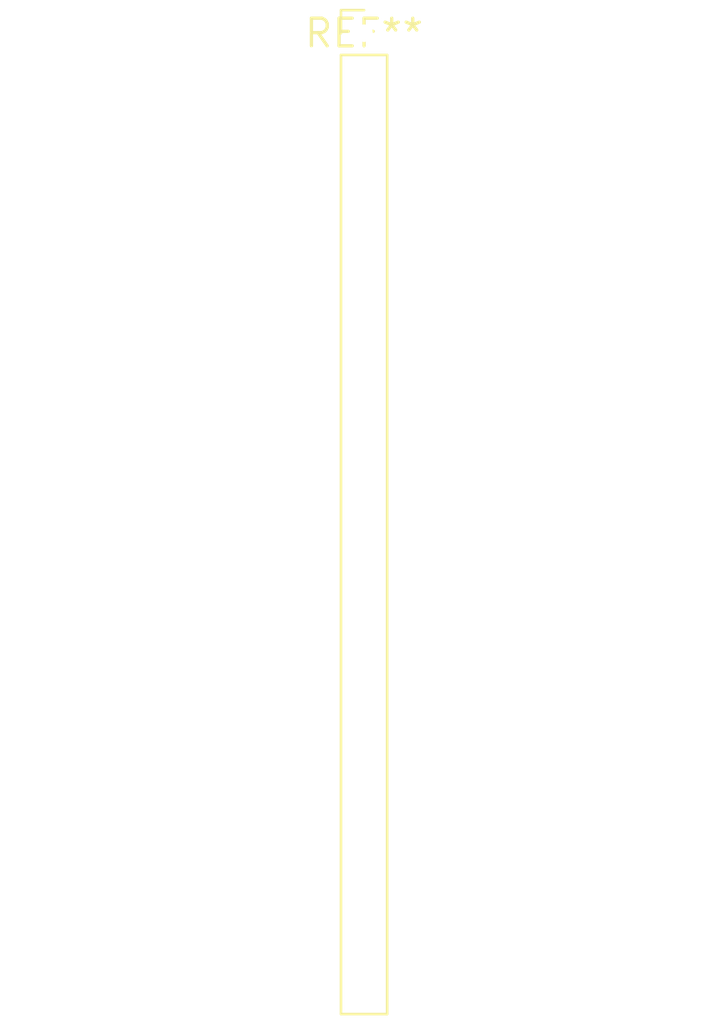
<source format=kicad_pcb>
(kicad_pcb (version 20240108) (generator pcbnew)
  (layers (0 "F.Cu" signal) (31 "B.Cu" signal) (34 "B.Paste" user) (35 "F.Paste" user) (36 "B.SilkS" user "B.Silkscreen") (37 "F.SilkS" user "F.Silkscreen") (38 "B.Mask" user) (39 "F.Mask" user) (44 "Edge.Cuts" user))
  (net 0 "")
  (footprint "PinHeader_1x23_P2.00mm_Vertical" (layer "F.Cu") (at 0 0)
    (property "Reference" "REF**")
    (property "Value" "PinHeader_1x23_P2.00mm_Vertical")
    (fp_line (start -1.06 -1.06) (end 0 -1.06) (layer "F.SilkS") (stroke (width 0.12)))
    (fp_line (start -1.06 0) (end -1.06 -1.06) (layer "F.SilkS") (stroke (width 0.12)))
    (fp_line (start -1.06 1) (end -1.06 45.06) (layer "F.SilkS") (stroke (width 0.12)))
    (fp_line (start -1.06 1) (end 1.06 1) (layer "F.SilkS") (stroke (width 0.12)))
    (fp_line (start -1.06 45.06) (end 1.06 45.06) (layer "F.SilkS") (stroke (width 0.12)))
    (fp_line (start 1.06 1) (end 1.06 45.06) (layer "F.SilkS") (stroke (width 0.12)))
    (pad "1" thru_hole rect (at 0 0) (size 1.35 1.35) (drill 0.8) (layers *.Cu *.Mask) (remove_unused_layers))
    (pad "2" thru_hole oval (at 0 2) (size 1.35 1.35) (drill 0.8) (layers *.Cu *.Mask) (remove_unused_layers))
    (pad "3" thru_hole oval (at 0 4) (size 1.35 1.35) (drill 0.8) (layers *.Cu *.Mask) (remove_unused_layers))
    (pad "4" thru_hole oval (at 0 6) (size 1.35 1.35) (drill 0.8) (layers *.Cu *.Mask) (remove_unused_layers))
    (pad "5" thru_hole oval (at 0 8) (size 1.35 1.35) (drill 0.8) (layers *.Cu *.Mask) (remove_unused_layers))
    (pad "6" thru_hole oval (at 0 10) (size 1.35 1.35) (drill 0.8) (layers *.Cu *.Mask) (remove_unused_layers))
    (pad "7" thru_hole oval (at 0 12) (size 1.35 1.35) (drill 0.8) (layers *.Cu *.Mask) (remove_unused_layers))
    (pad "8" thru_hole oval (at 0 14) (size 1.35 1.35) (drill 0.8) (layers *.Cu *.Mask) (remove_unused_layers))
    (pad "9" thru_hole oval (at 0 16) (size 1.35 1.35) (drill 0.8) (layers *.Cu *.Mask) (remove_unused_layers))
    (pad "10" thru_hole oval (at 0 18) (size 1.35 1.35) (drill 0.8) (layers *.Cu *.Mask) (remove_unused_layers))
    (pad "11" thru_hole oval (at 0 20) (size 1.35 1.35) (drill 0.8) (layers *.Cu *.Mask) (remove_unused_layers))
    (pad "12" thru_hole oval (at 0 22) (size 1.35 1.35) (drill 0.8) (layers *.Cu *.Mask) (remove_unused_layers))
    (pad "13" thru_hole oval (at 0 24) (size 1.35 1.35) (drill 0.8) (layers *.Cu *.Mask) (remove_unused_layers))
    (pad "14" thru_hole oval (at 0 26) (size 1.35 1.35) (drill 0.8) (layers *.Cu *.Mask) (remove_unused_layers))
    (pad "15" thru_hole oval (at 0 28) (size 1.35 1.35) (drill 0.8) (layers *.Cu *.Mask) (remove_unused_layers))
    (pad "16" thru_hole oval (at 0 30) (size 1.35 1.35) (drill 0.8) (layers *.Cu *.Mask) (remove_unused_layers))
    (pad "17" thru_hole oval (at 0 32) (size 1.35 1.35) (drill 0.8) (layers *.Cu *.Mask) (remove_unused_layers))
    (pad "18" thru_hole oval (at 0 34) (size 1.35 1.35) (drill 0.8) (layers *.Cu *.Mask) (remove_unused_layers))
    (pad "19" thru_hole oval (at 0 36) (size 1.35 1.35) (drill 0.8) (layers *.Cu *.Mask) (remove_unused_layers))
    (pad "20" thru_hole oval (at 0 38) (size 1.35 1.35) (drill 0.8) (layers *.Cu *.Mask) (remove_unused_layers))
    (pad "21" thru_hole oval (at 0 40) (size 1.35 1.35) (drill 0.8) (layers *.Cu *.Mask) (remove_unused_layers))
    (pad "22" thru_hole oval (at 0 42) (size 1.35 1.35) (drill 0.8) (layers *.Cu *.Mask) (remove_unused_layers))
    (pad "23" thru_hole oval (at 0 44) (size 1.35 1.35) (drill 0.8) (layers *.Cu *.Mask) (remove_unused_layers))
  )
)
</source>
